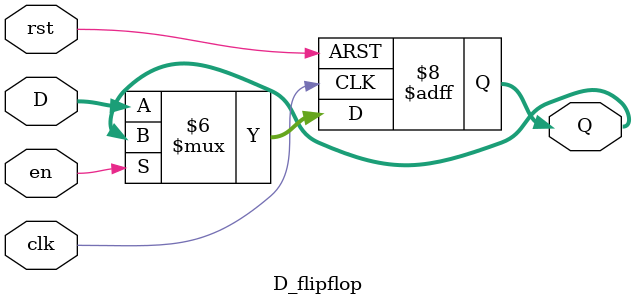
<source format=sv>
module D_flipflop (
input logic [12:0] D, 
input logic clk, rst, en,
output logic [12:0] Q
);
always_ff@ (posedge clk or negedge rst) begin
if (!rst)
begin
Q <= 0;
end
else begin
if (!en)
begin
Q <= D;
end
else if (en)
begin
Q <= Q;
end 
end
end
endmodule

</source>
